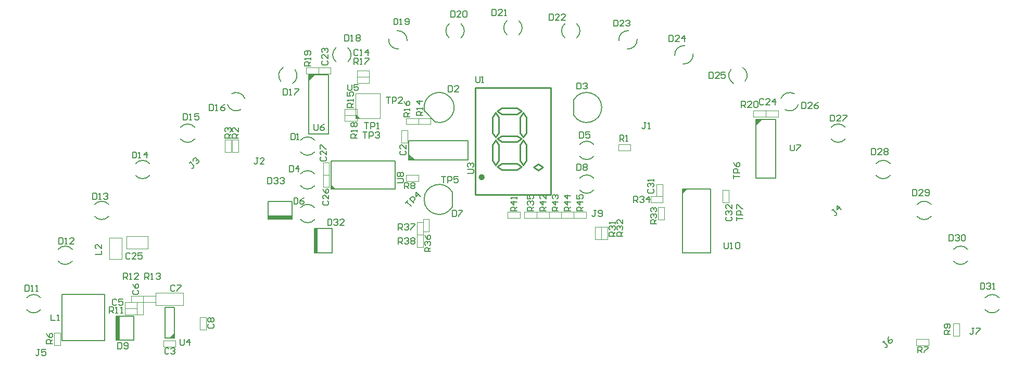
<source format=gto>
G04 Layer_Color=65535*
%FSLAX44Y44*%
%MOMM*%
G71*
G01*
G75*
%ADD30C,0.5000*%
%ADD51C,0.2540*%
%ADD62C,0.1700*%
%ADD63C,0.1000*%
%ADD64C,0.2000*%
G36*
X1079500Y247250D02*
Y254500D01*
X1086750D01*
X1079500Y247250D01*
D02*
G37*
G36*
X515250Y254500D02*
X508000D01*
Y261750D01*
X515250Y254500D01*
D02*
G37*
G36*
X555000Y370000D02*
X547500D01*
Y377500D01*
X555000Y370000D01*
D02*
G37*
D30*
X755349Y273744D02*
G03*
X755349Y273744I-2500J0D01*
G01*
D51*
X742598Y244994D02*
X865098D01*
Y419994D01*
X742598D02*
X865098D01*
X742598Y244994D02*
Y419994D01*
X770349Y371244D02*
X775349Y378744D01*
X780349Y371244D01*
X770348Y346244D02*
X775349Y338744D01*
X780349Y346244D01*
X770349Y346244D02*
Y371244D01*
X780349Y346244D02*
Y371244D01*
X785349Y386244D02*
X810349D01*
X785349Y376244D02*
X810349D01*
X810349Y386244D02*
X817849Y381244D01*
X810349Y376244D02*
X817849Y381244D01*
X777849D02*
X785349Y386244D01*
X777849Y381244D02*
X785349Y376244D01*
X815349Y346244D02*
Y371244D01*
X825349Y346244D02*
Y371244D01*
X815349Y371244D02*
X820349Y378744D01*
X825349Y371244D01*
X815349Y346244D02*
X820349Y338744D01*
X825349Y346244D01*
X785349Y331244D02*
X810349D01*
X785349Y341244D02*
X810349D01*
X777849Y336244D02*
X785348Y331244D01*
X777849Y336244D02*
X785348Y341244D01*
X810349Y331244D02*
X817849Y336244D01*
X810349Y341244D02*
X817849Y336244D01*
X780349Y301244D02*
Y326244D01*
X770349Y301244D02*
Y326244D01*
X775349Y293744D02*
X780349Y301244D01*
X770348D02*
X775349Y293744D01*
Y333744D02*
X780349Y326244D01*
X770349D02*
X775349Y333744D01*
X825349Y301244D02*
Y326244D01*
X815349Y301244D02*
Y326244D01*
X820349Y293744D02*
X825349Y301244D01*
X815349D02*
X820349Y293744D01*
Y333744D02*
X825349Y326244D01*
X815349D02*
X820349Y333744D01*
X785349Y296244D02*
X810349D01*
X785349Y286244D02*
X810349D01*
X810349Y296244D02*
X817849Y291244D01*
X810349Y286244D02*
X817849Y291244D01*
X777849D02*
X785349Y296244D01*
X777849Y291244D02*
X785349Y286244D01*
X837598Y289744D02*
X845098Y294744D01*
X837598Y289744D02*
X845098Y284744D01*
X845098Y284744D02*
X852598Y289744D01*
X845098Y294744D02*
X852598Y289744D01*
D62*
X1394325Y276632D02*
G03*
X1417307Y276632I11491J9642D01*
G01*
X1417407Y295916D02*
G03*
X1394425Y295916I-11491J-9642D01*
G01*
X1460938Y210000D02*
G03*
X1483920Y210000I11491J9642D01*
G01*
X1484019Y229283D02*
G03*
X1461038Y229283I-11491J-9642D01*
G01*
X1543304Y156073D02*
G03*
X1520323Y156073I-11491J-9642D01*
G01*
X1520223Y136789D02*
G03*
X1543204Y136789I11491J9642D01*
G01*
X1594612Y77086D02*
G03*
X1571631Y77086I-11491J-9642D01*
G01*
X1571531Y57802D02*
G03*
X1594512Y57802I11491J9642D01*
G01*
X367791Y401960D02*
G03*
X346195Y409820I-14095J-5130D01*
G01*
X339506Y391734D02*
G03*
X361101Y383873I14095J5130D01*
G01*
X445077Y426575D02*
G03*
X449067Y449207I-7500J12990D01*
G01*
X430094Y452654D02*
G03*
X426104Y430022I7500J-12990D01*
G01*
X631506Y496434D02*
G03*
X615256Y512684I-14943J1307D01*
G01*
X601550Y499119D02*
G03*
X617800Y482869I14943J-1307D01*
G01*
X1181211Y429944D02*
G03*
X1177220Y452576I-11491J9642D01*
G01*
X1158212Y449326D02*
G03*
X1162203Y426694I11491J-9642D01*
G01*
X1261195Y409874D02*
G03*
X1239600Y402014I-7500J-12990D01*
G01*
X1246102Y383859D02*
G03*
X1267697Y391719I7500J12990D01*
G01*
X704916Y249694D02*
G03*
X704916Y225194I-21218J-12250D01*
G01*
X677272Y363743D02*
G03*
X659948Y381068I6341J23665D01*
G01*
X535175Y461854D02*
G03*
X535175Y484836I-9642J11491D01*
G01*
X515891Y484935D02*
G03*
X515891Y461954I9642J-11491D01*
G01*
X719215Y500973D02*
G03*
X719215Y523954I-9642J11491D01*
G01*
X699931Y524054D02*
G03*
X699931Y501073I9642J-11491D01*
G01*
X813290Y505903D02*
G03*
X813290Y528885I-9642J11491D01*
G01*
X794007Y528985D02*
G03*
X794007Y506003I9642J-11491D01*
G01*
X907366Y500973D02*
G03*
X907366Y523954I-9642J11491D01*
G01*
X888082Y524054D02*
G03*
X888082Y501073I9642J-11491D01*
G01*
X989426Y482799D02*
G03*
X1005677Y499049I1307J14943D01*
G01*
X992112Y512755D02*
G03*
X975861Y496505I-1307J-14943D01*
G01*
X902381Y375194D02*
G03*
X902381Y399694I21218J12250D01*
G01*
X912108Y307802D02*
G03*
X935089Y307802I11491J9642D01*
G01*
X935189Y327086D02*
G03*
X912208Y327086I-11491J-9642D01*
G01*
X912108Y252802D02*
G03*
X935089Y252802I11491J9642D01*
G01*
X935189Y272086D02*
G03*
X912208Y272086I-11491J-9642D01*
G01*
X1080421Y458416D02*
G03*
X1096671Y474667I1307J14943D01*
G01*
X1083106Y488373D02*
G03*
X1066856Y472123I-1307J-14943D01*
G01*
X1321115Y335897D02*
G03*
X1344096Y335897I11491J9642D01*
G01*
X1344196Y355181D02*
G03*
X1321215Y355181I-11491J-9642D01*
G01*
X481261Y334123D02*
G03*
X458280Y334123I-11491J-9642D01*
G01*
X458180Y314839D02*
G03*
X481161Y314839I11491J9642D01*
G01*
X481261Y279123D02*
G03*
X458280Y279123I-11491J-9642D01*
G01*
X458180Y259839D02*
G03*
X481161Y259839I11491J9642D01*
G01*
X481261Y224123D02*
G03*
X458280Y224123I-11491J-9642D01*
G01*
X458180Y204839D02*
G03*
X481161Y204839I11491J9642D01*
G01*
X286182Y355181D02*
G03*
X263201Y355181I-11491J-9642D01*
G01*
X263101Y335897D02*
G03*
X286082Y335897I11491J9642D01*
G01*
X212972Y295896D02*
G03*
X189990Y295896I-11491J-9642D01*
G01*
X189890Y276612D02*
G03*
X212872Y276612I11491J9642D01*
G01*
X146359Y229263D02*
G03*
X123378Y229263I-11491J-9642D01*
G01*
X123278Y209980D02*
G03*
X146259Y209980I11491J9642D01*
G01*
X87074Y156073D02*
G03*
X64092Y156073I-11491J-9642D01*
G01*
X63993Y136789D02*
G03*
X86974Y136789I11491J9642D01*
G01*
X35766Y77066D02*
G03*
X12785Y77066I-11491J-9642D01*
G01*
X12685Y57782D02*
G03*
X35666Y57782I11491J9642D01*
G01*
X704899Y225194D02*
Y249694D01*
X659960Y381080D02*
X677284Y363756D01*
X902399Y375194D02*
Y399694D01*
X560000Y347497D02*
X566665D01*
X563332D01*
Y337500D01*
X569997D02*
Y347497D01*
X574995D01*
X576661Y345831D01*
Y342498D01*
X574995Y340832D01*
X569997D01*
X579994Y345831D02*
X581660Y347497D01*
X584992D01*
X586658Y345831D01*
Y344165D01*
X584992Y342498D01*
X583326D01*
X584992D01*
X586658Y340832D01*
Y339166D01*
X584992Y337500D01*
X581660D01*
X579994Y339166D01*
X597500Y404074D02*
X604165D01*
X600832D01*
Y394078D01*
X607497D02*
Y404074D01*
X612495D01*
X614161Y402408D01*
Y399076D01*
X612495Y397410D01*
X607497D01*
X624158Y394078D02*
X617494D01*
X624158Y400742D01*
Y402408D01*
X622492Y404074D01*
X619160D01*
X617494Y402408D01*
X562500Y362497D02*
X569165D01*
X565832D01*
Y352500D01*
X572497D02*
Y362497D01*
X577495D01*
X579161Y360831D01*
Y357498D01*
X577495Y355832D01*
X572497D01*
X582494Y352500D02*
X585826D01*
X584160D01*
Y362497D01*
X582494Y360831D01*
X1151669Y209165D02*
X1150003Y207498D01*
Y204166D01*
X1151669Y202500D01*
X1158334D01*
X1160000Y204166D01*
Y207498D01*
X1158334Y209165D01*
X1151669Y212497D02*
X1150003Y214163D01*
Y217495D01*
X1151669Y219161D01*
X1153335D01*
X1155002Y217495D01*
Y215829D01*
Y217495D01*
X1156668Y219161D01*
X1158334D01*
X1160000Y217495D01*
Y214163D01*
X1158334Y212497D01*
X1160000Y229158D02*
Y222494D01*
X1153335Y229158D01*
X1151669D01*
X1150003Y227492D01*
Y224160D01*
X1151669Y222494D01*
X1024169Y254165D02*
X1022503Y252498D01*
Y249166D01*
X1024169Y247500D01*
X1030834D01*
X1032500Y249166D01*
Y252498D01*
X1030834Y254165D01*
X1024169Y257497D02*
X1022503Y259163D01*
Y262495D01*
X1024169Y264161D01*
X1025835D01*
X1027502Y262495D01*
Y260829D01*
Y262495D01*
X1029168Y264161D01*
X1030834D01*
X1032500Y262495D01*
Y259163D01*
X1030834Y257497D01*
X1032500Y267493D02*
Y270826D01*
Y269160D01*
X1022503D01*
X1024169Y267493D01*
X1147500Y167497D02*
Y159166D01*
X1149166Y157500D01*
X1152498D01*
X1154165Y159166D01*
Y167497D01*
X1157497Y157500D02*
X1160829D01*
X1159163D01*
Y167497D01*
X1157497Y165831D01*
X1165827D02*
X1167494Y167497D01*
X1170826D01*
X1172492Y165831D01*
Y159166D01*
X1170826Y157500D01*
X1167494D01*
X1165827Y159166D01*
Y165831D01*
X615477Y264564D02*
X623807D01*
X625474Y266230D01*
Y269562D01*
X623807Y271228D01*
X615477D01*
X617143Y274560D02*
X615477Y276227D01*
Y279559D01*
X617143Y281225D01*
X618809D01*
X620475Y279559D01*
X622141Y281225D01*
X623807D01*
X625474Y279559D01*
Y276227D01*
X623807Y274560D01*
X622141D01*
X620475Y276227D01*
X618809Y274560D01*
X617143D01*
X620475Y276227D02*
Y279559D01*
X491669Y306665D02*
X490003Y304998D01*
Y301666D01*
X491669Y300000D01*
X498334D01*
X500000Y301666D01*
Y304998D01*
X498334Y306665D01*
X500000Y316661D02*
Y309997D01*
X493335Y316661D01*
X491669D01*
X490003Y314995D01*
Y311663D01*
X491669Y309997D01*
X490003Y319994D02*
Y326658D01*
X491669D01*
X498334Y319994D01*
X500000D01*
X495748Y234682D02*
X494082Y233016D01*
Y229683D01*
X495748Y228017D01*
X502412D01*
X504078Y229683D01*
Y233016D01*
X502412Y234682D01*
X504078Y244679D02*
Y238014D01*
X497414Y244679D01*
X495748D01*
X494082Y243013D01*
Y239680D01*
X495748Y238014D01*
X494082Y254675D02*
X495748Y251343D01*
X499080Y248011D01*
X502412D01*
X504078Y249677D01*
Y253009D01*
X502412Y254675D01*
X500746D01*
X499080Y253009D01*
Y248011D01*
X124771Y147500D02*
X134768D01*
Y154164D01*
Y164161D02*
Y157497D01*
X128104Y164161D01*
X126438D01*
X124771Y162495D01*
Y159163D01*
X126438Y157497D01*
X180788Y148900D02*
X179122Y150567D01*
X175790D01*
X174124Y148900D01*
Y142236D01*
X175790Y140570D01*
X179122D01*
X180788Y142236D01*
X190785Y140570D02*
X184120D01*
X190785Y147234D01*
Y148900D01*
X189119Y150567D01*
X185786D01*
X184120Y148900D01*
X200782Y150567D02*
X194117D01*
Y145568D01*
X197449Y147234D01*
X199116D01*
X200782Y145568D01*
Y142236D01*
X199116Y140570D01*
X195783D01*
X194117Y142236D01*
X939165Y219997D02*
X935832D01*
X937498D01*
Y211666D01*
X935832Y210000D01*
X934166D01*
X932500Y211666D01*
X942497D02*
X944163Y210000D01*
X947495D01*
X949161Y211666D01*
Y218331D01*
X947495Y219997D01*
X944163D01*
X942497Y218331D01*
Y216665D01*
X944163Y214998D01*
X949161D01*
X621669Y316665D02*
X620003Y314998D01*
Y311666D01*
X621669Y310000D01*
X628334D01*
X630000Y311666D01*
Y314998D01*
X628334Y316665D01*
X630000Y326661D02*
Y319997D01*
X623335Y326661D01*
X621669D01*
X620003Y324995D01*
Y321663D01*
X621669Y319997D01*
X244165Y-6669D02*
X242498Y-5003D01*
X239166D01*
X237500Y-6669D01*
Y-13334D01*
X239166Y-15000D01*
X242498D01*
X244165Y-13334D01*
X247497Y-6669D02*
X249163Y-5003D01*
X252495D01*
X254161Y-6669D01*
Y-8335D01*
X252495Y-10002D01*
X250829D01*
X252495D01*
X254161Y-11668D01*
Y-13334D01*
X252495Y-15000D01*
X249163D01*
X247497Y-13334D01*
X159164Y73331D02*
X157498Y74997D01*
X154166D01*
X152500Y73331D01*
Y66666D01*
X154166Y65000D01*
X157498D01*
X159164Y66666D01*
X169161Y74997D02*
X162497D01*
Y69998D01*
X165829Y71665D01*
X167495D01*
X169161Y69998D01*
Y66666D01*
X167495Y65000D01*
X164163D01*
X162497Y66666D01*
X186669Y89164D02*
X185003Y87498D01*
Y84166D01*
X186669Y82500D01*
X193334D01*
X195000Y84166D01*
Y87498D01*
X193334Y89164D01*
X185003Y99161D02*
X186669Y95829D01*
X190002Y92497D01*
X193334D01*
X195000Y94163D01*
Y97495D01*
X193334Y99161D01*
X191668D01*
X190002Y97495D01*
Y92497D01*
X254165Y95831D02*
X252498Y97497D01*
X249166D01*
X247500Y95831D01*
Y89166D01*
X249166Y87500D01*
X252498D01*
X254165Y89166D01*
X257497Y97497D02*
X264161D01*
Y95831D01*
X257497Y89166D01*
Y87500D01*
X309169Y34165D02*
X307503Y32498D01*
Y29166D01*
X309169Y27500D01*
X315834D01*
X317500Y29166D01*
Y32498D01*
X315834Y34165D01*
X309169Y37497D02*
X307503Y39163D01*
Y42495D01*
X309169Y44161D01*
X310835D01*
X312502Y42495D01*
X314168Y44161D01*
X315834D01*
X317500Y42495D01*
Y39163D01*
X315834Y37497D01*
X314168D01*
X312502Y39163D01*
X310835Y37497D01*
X309169D01*
X312502Y39163D02*
Y42495D01*
X551665Y480831D02*
X549998Y482497D01*
X546666D01*
X545000Y480831D01*
Y474166D01*
X546666Y472500D01*
X549998D01*
X551665Y474166D01*
X554997Y472500D02*
X558329D01*
X556663D01*
Y482497D01*
X554997Y480831D01*
X568326Y472500D02*
Y482497D01*
X563327Y477498D01*
X569992D01*
X494169Y463529D02*
X492503Y461862D01*
Y458530D01*
X494169Y456864D01*
X500834D01*
X502500Y458530D01*
Y461862D01*
X500834Y463529D01*
X502500Y473525D02*
Y466861D01*
X495835Y473525D01*
X494169D01*
X492503Y471859D01*
Y468527D01*
X494169Y466861D01*
Y476857D02*
X492503Y478524D01*
Y481856D01*
X494169Y483522D01*
X495835D01*
X497502Y481856D01*
Y480190D01*
Y481856D01*
X499168Y483522D01*
X500834D01*
X502500Y481856D01*
Y478524D01*
X500834Y476857D01*
X1211665Y400050D02*
X1209998Y401716D01*
X1206666D01*
X1205000Y400050D01*
Y393386D01*
X1206666Y391719D01*
X1209998D01*
X1211665Y393386D01*
X1221661Y391719D02*
X1214997D01*
X1221661Y398384D01*
Y400050D01*
X1219995Y401716D01*
X1216663D01*
X1214997Y400050D01*
X1229992Y391719D02*
Y401716D01*
X1224994Y396718D01*
X1231658D01*
X698583Y423240D02*
Y413243D01*
X703581D01*
X705247Y414909D01*
Y421574D01*
X703581Y423240D01*
X698583D01*
X715244Y413243D02*
X708579D01*
X715244Y419908D01*
Y421574D01*
X713578Y423240D01*
X710246D01*
X708579Y421574D01*
X912108Y347497D02*
Y337500D01*
X917106D01*
X918772Y339166D01*
Y345831D01*
X917106Y347497D01*
X912108D01*
X928769D02*
X922105D01*
Y342498D01*
X925437Y344165D01*
X927103D01*
X928769Y342498D01*
Y339166D01*
X927103Y337500D01*
X923771D01*
X922105Y339166D01*
X705000Y219997D02*
Y210000D01*
X709998D01*
X711665Y211666D01*
Y218331D01*
X709998Y219997D01*
X705000D01*
X714997D02*
X721661D01*
Y218331D01*
X714997Y211666D01*
Y210000D01*
X907500Y294997D02*
Y285000D01*
X912498D01*
X914165Y286666D01*
Y293331D01*
X912498Y294997D01*
X907500D01*
X917497Y293331D02*
X919163Y294997D01*
X922495D01*
X924161Y293331D01*
Y291665D01*
X922495Y289998D01*
X924161Y288332D01*
Y286666D01*
X922495Y285000D01*
X919163D01*
X917497Y286666D01*
Y288332D01*
X919163Y289998D01*
X917497Y291665D01*
Y293331D01*
X919163Y289998D02*
X922495D01*
X160803Y3664D02*
Y-6333D01*
X165802D01*
X167468Y-4667D01*
Y1998D01*
X165802Y3664D01*
X160803D01*
X170800Y-4667D02*
X172466Y-6333D01*
X175798D01*
X177464Y-4667D01*
Y1998D01*
X175798Y3664D01*
X172466D01*
X170800Y1998D01*
Y332D01*
X172466Y-1334D01*
X177464D01*
X10000Y97497D02*
Y87500D01*
X14998D01*
X16665Y89166D01*
Y95831D01*
X14998Y97497D01*
X10000D01*
X19997Y87500D02*
X23329D01*
X21663D01*
Y97497D01*
X19997Y95831D01*
X28327Y87500D02*
X31660D01*
X29994D01*
Y97497D01*
X28327Y95831D01*
X65000Y174997D02*
Y165000D01*
X69998D01*
X71665Y166666D01*
Y173331D01*
X69998Y174997D01*
X65000D01*
X74997Y165000D02*
X78329D01*
X76663D01*
Y174997D01*
X74997Y173331D01*
X89992Y165000D02*
X83327D01*
X89992Y171665D01*
Y173331D01*
X88326Y174997D01*
X84994D01*
X83327Y173331D01*
X120000Y247497D02*
Y237500D01*
X124998D01*
X126664Y239166D01*
Y245831D01*
X124998Y247497D01*
X120000D01*
X129997Y237500D02*
X133329D01*
X131663D01*
Y247497D01*
X129997Y245831D01*
X138327D02*
X139993Y247497D01*
X143326D01*
X144992Y245831D01*
Y244165D01*
X143326Y242498D01*
X141660D01*
X143326D01*
X144992Y240832D01*
Y239166D01*
X143326Y237500D01*
X139993D01*
X138327Y239166D01*
X185000Y314997D02*
Y305000D01*
X189998D01*
X191665Y306666D01*
Y313331D01*
X189998Y314997D01*
X185000D01*
X194997Y305000D02*
X198329D01*
X196663D01*
Y314997D01*
X194997Y313331D01*
X208326Y305000D02*
Y314997D01*
X203327Y309998D01*
X209992D01*
X267500Y377497D02*
Y367500D01*
X272498D01*
X274165Y369166D01*
Y375831D01*
X272498Y377497D01*
X267500D01*
X277497Y367500D02*
X280829D01*
X279163D01*
Y377497D01*
X277497Y375831D01*
X292492Y377497D02*
X285827D01*
Y372498D01*
X289160Y374165D01*
X290826D01*
X292492Y372498D01*
Y369166D01*
X290826Y367500D01*
X287494D01*
X285827Y369166D01*
X310000Y392497D02*
Y382500D01*
X314998D01*
X316665Y384166D01*
Y390831D01*
X314998Y392497D01*
X310000D01*
X319997Y382500D02*
X323329D01*
X321663D01*
Y392497D01*
X319997Y390831D01*
X334992Y392497D02*
X331660Y390831D01*
X328327Y387498D01*
Y384166D01*
X329994Y382500D01*
X333326D01*
X334992Y384166D01*
Y385832D01*
X333326Y387498D01*
X328327D01*
X430094Y417497D02*
Y407500D01*
X435093D01*
X436759Y409166D01*
Y415831D01*
X435093Y417497D01*
X430094D01*
X440091Y407500D02*
X443423D01*
X441757D01*
Y417497D01*
X440091Y415831D01*
X448422Y417497D02*
X455086D01*
Y415831D01*
X448422Y409166D01*
Y407500D01*
X530000Y505842D02*
Y495845D01*
X534998D01*
X536665Y497511D01*
Y504175D01*
X534998Y505842D01*
X530000D01*
X539997Y495845D02*
X543329D01*
X541663D01*
Y505842D01*
X539997Y504175D01*
X548327D02*
X549994Y505842D01*
X553326D01*
X554992Y504175D01*
Y502509D01*
X553326Y500843D01*
X554992Y499177D01*
Y497511D01*
X553326Y495845D01*
X549994D01*
X548327Y497511D01*
Y499177D01*
X549994Y500843D01*
X548327Y502509D01*
Y504175D01*
X549994Y500843D02*
X553326D01*
X610000Y532497D02*
Y522500D01*
X614998D01*
X616665Y524166D01*
Y530831D01*
X614998Y532497D01*
X610000D01*
X619997Y522500D02*
X623329D01*
X621663D01*
Y532497D01*
X619997Y530831D01*
X628327Y524166D02*
X629994Y522500D01*
X633326D01*
X634992Y524166D01*
Y530831D01*
X633326Y532497D01*
X629994D01*
X628327Y530831D01*
Y529165D01*
X629994Y527498D01*
X634992D01*
X702500Y544997D02*
Y535000D01*
X707498D01*
X709165Y536666D01*
Y543331D01*
X707498Y544997D01*
X702500D01*
X719161Y535000D02*
X712497D01*
X719161Y541665D01*
Y543331D01*
X717495Y544997D01*
X714163D01*
X712497Y543331D01*
X722494D02*
X724160Y544997D01*
X727492D01*
X729158Y543331D01*
Y536666D01*
X727492Y535000D01*
X724160D01*
X722494Y536666D01*
Y543331D01*
X770000Y547497D02*
Y537500D01*
X774998D01*
X776665Y539166D01*
Y545831D01*
X774998Y547497D01*
X770000D01*
X786661Y537500D02*
X779997D01*
X786661Y544165D01*
Y545831D01*
X784995Y547497D01*
X781663D01*
X779997Y545831D01*
X789994Y537500D02*
X793326D01*
X791660D01*
Y547497D01*
X789994Y545831D01*
X862500Y539997D02*
Y530000D01*
X867498D01*
X869165Y531666D01*
Y538331D01*
X867498Y539997D01*
X862500D01*
X879161Y530000D02*
X872497D01*
X879161Y536665D01*
Y538331D01*
X877495Y539997D01*
X874163D01*
X872497Y538331D01*
X889158Y530000D02*
X882494D01*
X889158Y536665D01*
Y538331D01*
X887492Y539997D01*
X884160D01*
X882494Y538331D01*
X967500Y529997D02*
Y520000D01*
X972498D01*
X974165Y521666D01*
Y528331D01*
X972498Y529997D01*
X967500D01*
X984161Y520000D02*
X977497D01*
X984161Y526665D01*
Y528331D01*
X982495Y529997D01*
X979163D01*
X977497Y528331D01*
X987494D02*
X989160Y529997D01*
X992492D01*
X994158Y528331D01*
Y526665D01*
X992492Y524998D01*
X990826D01*
X992492D01*
X994158Y523332D01*
Y521666D01*
X992492Y520000D01*
X989160D01*
X987494Y521666D01*
X1057500Y504997D02*
Y495000D01*
X1062498D01*
X1064165Y496666D01*
Y503331D01*
X1062498Y504997D01*
X1057500D01*
X1074161Y495000D02*
X1067497D01*
X1074161Y501665D01*
Y503331D01*
X1072495Y504997D01*
X1069163D01*
X1067497Y503331D01*
X1082492Y495000D02*
Y504997D01*
X1077494Y499998D01*
X1084158D01*
X1122500Y444997D02*
Y435000D01*
X1127498D01*
X1129165Y436666D01*
Y443331D01*
X1127498Y444997D01*
X1122500D01*
X1139161Y435000D02*
X1132497D01*
X1139161Y441665D01*
Y443331D01*
X1137495Y444997D01*
X1134163D01*
X1132497Y443331D01*
X1149158Y444997D02*
X1142494D01*
Y439998D01*
X1145826Y441665D01*
X1147492D01*
X1149158Y439998D01*
Y436666D01*
X1147492Y435000D01*
X1144160D01*
X1142494Y436666D01*
X1273626Y395846D02*
Y385849D01*
X1278624D01*
X1280290Y387515D01*
Y394180D01*
X1278624Y395846D01*
X1273626D01*
X1290287Y385849D02*
X1283622D01*
X1290287Y392514D01*
Y394180D01*
X1288621Y395846D01*
X1285289D01*
X1283622Y394180D01*
X1300284Y395846D02*
X1296951Y394180D01*
X1293619Y390848D01*
Y387515D01*
X1295285Y385849D01*
X1298618D01*
X1300284Y387515D01*
Y389182D01*
X1298618Y390848D01*
X1293619D01*
X1320000Y374997D02*
Y365000D01*
X1324998D01*
X1326664Y366666D01*
Y373331D01*
X1324998Y374997D01*
X1320000D01*
X1336661Y365000D02*
X1329997D01*
X1336661Y371665D01*
Y373331D01*
X1334995Y374997D01*
X1331663D01*
X1329997Y373331D01*
X1339994Y374997D02*
X1346658D01*
Y373331D01*
X1339994Y366666D01*
Y365000D01*
X1387176Y320133D02*
Y310136D01*
X1392174D01*
X1393840Y311802D01*
Y318467D01*
X1392174Y320133D01*
X1387176D01*
X1403837Y310136D02*
X1397173D01*
X1403837Y316800D01*
Y318467D01*
X1402171Y320133D01*
X1398839D01*
X1397173Y318467D01*
X1407170D02*
X1408836Y320133D01*
X1412168D01*
X1413834Y318467D01*
Y316800D01*
X1412168Y315134D01*
X1413834Y313468D01*
Y311802D01*
X1412168Y310136D01*
X1408836D01*
X1407170Y311802D01*
Y313468D01*
X1408836Y315134D01*
X1407170Y316800D01*
Y318467D01*
X1408836Y315134D02*
X1412168D01*
X1453724Y253331D02*
Y243334D01*
X1458722D01*
X1460388Y245000D01*
Y251665D01*
X1458722Y253331D01*
X1453724D01*
X1470385Y243334D02*
X1463721D01*
X1470385Y249998D01*
Y251665D01*
X1468719Y253331D01*
X1465387D01*
X1463721Y251665D01*
X1473718Y245000D02*
X1475384Y243334D01*
X1478716D01*
X1480382Y245000D01*
Y251665D01*
X1478716Y253331D01*
X1475384D01*
X1473718Y251665D01*
Y249998D01*
X1475384Y248332D01*
X1480382D01*
X1512906Y180179D02*
Y170182D01*
X1517904D01*
X1519570Y171848D01*
Y178513D01*
X1517904Y180179D01*
X1512906D01*
X1522903Y178513D02*
X1524569Y180179D01*
X1527901D01*
X1529567Y178513D01*
Y176847D01*
X1527901Y175180D01*
X1526235D01*
X1527901D01*
X1529567Y173514D01*
Y171848D01*
X1527901Y170182D01*
X1524569D01*
X1522903Y171848D01*
X1532900Y178513D02*
X1534566Y180179D01*
X1537898D01*
X1539564Y178513D01*
Y171848D01*
X1537898Y170182D01*
X1534566D01*
X1532900Y171848D01*
Y178513D01*
X1564214Y101185D02*
Y91188D01*
X1569212D01*
X1570878Y92854D01*
Y99519D01*
X1569212Y101185D01*
X1564214D01*
X1574211Y99519D02*
X1575877Y101185D01*
X1579209D01*
X1580875Y99519D01*
Y97852D01*
X1579209Y96186D01*
X1577543D01*
X1579209D01*
X1580875Y94520D01*
Y92854D01*
X1579209Y91188D01*
X1575877D01*
X1574211Y92854D01*
X1584208Y91188D02*
X1587540D01*
X1585874D01*
Y101185D01*
X1584208Y99519D01*
X1020313Y362497D02*
X1016981D01*
X1018647D01*
Y354166D01*
X1016981Y352500D01*
X1015315D01*
X1013649Y354166D01*
X1023645Y352500D02*
X1026977D01*
X1025311D01*
Y362497D01*
X1023645Y360831D01*
X389165Y304997D02*
X385832D01*
X387498D01*
Y296666D01*
X385832Y295000D01*
X384166D01*
X382500Y296666D01*
X399161Y295000D02*
X392497D01*
X399161Y301665D01*
Y303331D01*
X397495Y304997D01*
X394163D01*
X392497Y303331D01*
X280144Y299281D02*
X277787Y296925D01*
X278966Y298103D01*
X284856Y292213D01*
Y289856D01*
X283678Y288678D01*
X281322D01*
X283678Y300459D02*
Y302816D01*
X286034Y305172D01*
X288391Y305172D01*
X289569Y303994D01*
Y301638D01*
X288391Y300459D01*
X289569Y301638D01*
X291925Y301638D01*
X293103Y300459D01*
Y298103D01*
X290747Y295747D01*
X288391D01*
X1325144Y221781D02*
X1322787Y219425D01*
X1323966Y220603D01*
X1329856Y214713D01*
Y212356D01*
X1328678Y211178D01*
X1326322D01*
X1338103Y220603D02*
X1331034Y227672D01*
Y220603D01*
X1335747Y225316D01*
X34165Y-7503D02*
X30832D01*
X32498D01*
Y-15834D01*
X30832Y-17500D01*
X29166D01*
X27500Y-15834D01*
X44161Y-7503D02*
X37497D01*
Y-12502D01*
X40829Y-10835D01*
X42495D01*
X44161Y-12502D01*
Y-15834D01*
X42495Y-17500D01*
X39163D01*
X37497Y-15834D01*
X1407644Y6781D02*
X1405287Y4425D01*
X1406466Y5603D01*
X1412356Y-288D01*
Y-2644D01*
X1411178Y-3822D01*
X1408822D01*
X1414713Y13850D02*
X1413534Y10316D01*
Y5603D01*
X1415891Y3247D01*
X1418247D01*
X1420603Y5603D01*
Y7959D01*
X1419425Y9138D01*
X1417069Y9138D01*
X1413534Y5603D01*
X1553428Y27497D02*
X1550096D01*
X1551762D01*
Y19166D01*
X1550096Y17500D01*
X1548430D01*
X1546764Y19166D01*
X1556761Y27497D02*
X1563425D01*
Y25831D01*
X1556761Y19166D01*
Y17500D01*
X52500Y49997D02*
Y40000D01*
X59165D01*
X62497D02*
X65829D01*
X64163D01*
Y49997D01*
X62497Y48331D01*
X977500Y332500D02*
Y342497D01*
X982498D01*
X984165Y340831D01*
Y337498D01*
X982498Y335832D01*
X977500D01*
X980832D02*
X984165Y332500D01*
X987497D02*
X990829D01*
X989163D01*
Y342497D01*
X987497Y340831D01*
X357501Y337500D02*
X347504D01*
Y342499D01*
X349170Y344165D01*
X352502D01*
X354168Y342499D01*
Y337500D01*
Y340833D02*
X357501Y344165D01*
Y354162D02*
Y347497D01*
X350836Y354162D01*
X349170D01*
X347504Y352495D01*
Y349163D01*
X349170Y347497D01*
X345000Y337500D02*
X335003D01*
Y342498D01*
X336669Y344165D01*
X340002D01*
X341668Y342498D01*
Y337500D01*
Y340832D02*
X345000Y344165D01*
X336669Y347497D02*
X335003Y349163D01*
Y352495D01*
X336669Y354161D01*
X338335D01*
X340002Y352495D01*
Y350829D01*
Y352495D01*
X341668Y354161D01*
X343334D01*
X345000Y352495D01*
Y349163D01*
X343334Y347497D01*
X55000Y2500D02*
X45003D01*
Y7498D01*
X46669Y9165D01*
X50002D01*
X51668Y7498D01*
Y2500D01*
Y5832D02*
X55000Y9165D01*
X45003Y19161D02*
X46669Y15829D01*
X50002Y12497D01*
X53334D01*
X55000Y14163D01*
Y17495D01*
X53334Y19161D01*
X51668D01*
X50002Y17495D01*
Y12497D01*
X1462500Y-12500D02*
Y-2503D01*
X1467498D01*
X1469164Y-4169D01*
Y-7502D01*
X1467498Y-9168D01*
X1462500D01*
X1465832D02*
X1469164Y-12500D01*
X1472497Y-2503D02*
X1479161D01*
Y-4169D01*
X1472497Y-10834D01*
Y-12500D01*
X627500Y255000D02*
Y264997D01*
X632498D01*
X634165Y263331D01*
Y259998D01*
X632498Y258332D01*
X627500D01*
X630832D02*
X634165Y255000D01*
X637497Y263331D02*
X639163Y264997D01*
X642495D01*
X644161Y263331D01*
Y261665D01*
X642495Y259998D01*
X644161Y258332D01*
Y256666D01*
X642495Y255000D01*
X639163D01*
X637497Y256666D01*
Y258332D01*
X639163Y259998D01*
X637497Y261665D01*
Y263331D01*
X639163Y259998D02*
X642495D01*
X1515000Y17500D02*
X1505003D01*
Y22498D01*
X1506669Y24165D01*
X1510002D01*
X1511668Y22498D01*
Y17500D01*
Y20832D02*
X1515000Y24165D01*
X1513334Y27497D02*
X1515000Y29163D01*
Y32495D01*
X1513334Y34161D01*
X1506669D01*
X1505003Y32495D01*
Y29163D01*
X1506669Y27497D01*
X1508336D01*
X1510002Y29163D01*
Y34161D01*
X147500Y52500D02*
Y62497D01*
X152498D01*
X154164Y60831D01*
Y57498D01*
X152498Y55832D01*
X147500D01*
X150832D02*
X154164Y52500D01*
X157497D02*
X160829D01*
X159163D01*
Y62497D01*
X157497Y60831D01*
X165827Y52500D02*
X169160D01*
X167494D01*
Y62497D01*
X165827Y60831D01*
X170000Y107500D02*
Y117497D01*
X174998D01*
X176665Y115831D01*
Y112498D01*
X174998Y110832D01*
X170000D01*
X173332D02*
X176665Y107500D01*
X179997D02*
X183329D01*
X181663D01*
Y117497D01*
X179997Y115831D01*
X194992Y107500D02*
X188327D01*
X194992Y114164D01*
Y115831D01*
X193326Y117497D01*
X189993D01*
X188327Y115831D01*
X205000Y107500D02*
Y117497D01*
X209998D01*
X211665Y115831D01*
Y112498D01*
X209998Y110832D01*
X205000D01*
X208332D02*
X211665Y107500D01*
X214997D02*
X218329D01*
X216663D01*
Y117497D01*
X214997Y115831D01*
X223327D02*
X224994Y117497D01*
X228326D01*
X229992Y115831D01*
Y114164D01*
X228326Y112498D01*
X226660D01*
X228326D01*
X229992Y110832D01*
Y109166D01*
X228326Y107500D01*
X224994D01*
X223327Y109166D01*
X656564Y374303D02*
X646567D01*
Y379301D01*
X648233Y380968D01*
X651565D01*
X653231Y379301D01*
Y374303D01*
Y377635D02*
X656564Y380968D01*
Y384300D02*
Y387632D01*
Y385966D01*
X646567D01*
X648233Y384300D01*
X656564Y397629D02*
X646567D01*
X651565Y392631D01*
Y399295D01*
X544500Y387500D02*
X534503D01*
Y392498D01*
X536169Y394165D01*
X539502D01*
X541168Y392498D01*
Y387500D01*
Y390832D02*
X544500Y394165D01*
Y397497D02*
Y400829D01*
Y399163D01*
X534503D01*
X536169Y397497D01*
X534503Y412492D02*
Y405827D01*
X539502D01*
X537836Y409160D01*
Y410826D01*
X539502Y412492D01*
X542834D01*
X544500Y410826D01*
Y407494D01*
X542834Y405827D01*
X636148Y372500D02*
X626152D01*
Y377498D01*
X627818Y379165D01*
X631150D01*
X632816Y377498D01*
Y372500D01*
Y375832D02*
X636148Y379165D01*
Y382497D02*
Y385829D01*
Y384163D01*
X626152D01*
X627818Y382497D01*
X626152Y397492D02*
X627818Y394160D01*
X631150Y390827D01*
X634482D01*
X636148Y392494D01*
Y395826D01*
X634482Y397492D01*
X632816D01*
X631150Y395826D01*
Y390827D01*
X545000Y457500D02*
Y467497D01*
X549998D01*
X551665Y465831D01*
Y462498D01*
X549998Y460832D01*
X545000D01*
X548332D02*
X551665Y457500D01*
X554997D02*
X558329D01*
X556663D01*
Y467497D01*
X554997Y465831D01*
X563327Y467497D02*
X569992D01*
Y465831D01*
X563327Y459166D01*
Y457500D01*
X550000Y337500D02*
X540003D01*
Y342498D01*
X541669Y344165D01*
X545002D01*
X546668Y342498D01*
Y337500D01*
Y340832D02*
X550000Y344165D01*
Y347497D02*
Y350829D01*
Y349163D01*
X540003D01*
X541669Y347497D01*
Y355827D02*
X540003Y357494D01*
Y360826D01*
X541669Y362492D01*
X543335D01*
X545002Y360826D01*
X546668Y362492D01*
X548334D01*
X550000Y360826D01*
Y357494D01*
X548334Y355827D01*
X546668D01*
X545002Y357494D01*
X543335Y355827D01*
X541669D01*
X545002Y357494D02*
Y360826D01*
X475000Y455000D02*
X465003D01*
Y459998D01*
X466669Y461665D01*
X470002D01*
X471668Y459998D01*
Y455000D01*
Y458332D02*
X475000Y461665D01*
Y464997D02*
Y468329D01*
Y466663D01*
X465003D01*
X466669Y464997D01*
X473334Y473327D02*
X475000Y474994D01*
Y478326D01*
X473334Y479992D01*
X466669D01*
X465003Y478326D01*
Y474994D01*
X466669Y473327D01*
X468335D01*
X470002Y474994D01*
Y479992D01*
X1175230Y387500D02*
Y397497D01*
X1180229D01*
X1181895Y395831D01*
Y392498D01*
X1180229Y390832D01*
X1175230D01*
X1178563D02*
X1181895Y387500D01*
X1191892D02*
X1185227D01*
X1191892Y394165D01*
Y395831D01*
X1190226Y397497D01*
X1186893D01*
X1185227Y395831D01*
X1195224D02*
X1196890Y397497D01*
X1200222D01*
X1201889Y395831D01*
Y389166D01*
X1200222Y387500D01*
X1196890D01*
X1195224Y389166D01*
Y395831D01*
X743032Y437989D02*
Y429658D01*
X744698Y427992D01*
X748030D01*
X749697Y429658D01*
Y437989D01*
X753029Y427992D02*
X756361D01*
X754695D01*
Y437989D01*
X753029Y436323D01*
X730003Y280000D02*
X738334D01*
X740000Y281666D01*
Y284998D01*
X738334Y286665D01*
X730003D01*
X731669Y289997D02*
X730003Y291663D01*
Y294995D01*
X731669Y296661D01*
X733335D01*
X735002Y294995D01*
Y293329D01*
Y294995D01*
X736668Y296661D01*
X738334D01*
X740000Y294995D01*
Y291663D01*
X738334Y289997D01*
X262500Y9997D02*
Y1666D01*
X264166Y0D01*
X267498D01*
X269165Y1666D01*
Y9997D01*
X277495Y0D02*
Y9997D01*
X272497Y4998D01*
X279161D01*
X535175Y424997D02*
Y416666D01*
X536841Y415000D01*
X540173D01*
X541839Y416666D01*
Y424997D01*
X551836D02*
X545172D01*
Y419998D01*
X548504Y421665D01*
X550170D01*
X551836Y419998D01*
Y416666D01*
X550170Y415000D01*
X546838D01*
X545172Y416666D01*
X480000Y359997D02*
Y351666D01*
X481666Y350000D01*
X484998D01*
X486665Y351666D01*
Y359997D01*
X496661D02*
X493329Y358331D01*
X489997Y354998D01*
Y351666D01*
X491663Y350000D01*
X494995D01*
X496661Y351666D01*
Y353332D01*
X494995Y354998D01*
X489997D01*
X1255000Y326747D02*
Y318416D01*
X1256666Y316750D01*
X1259998D01*
X1261665Y318416D01*
Y326747D01*
X1264997D02*
X1271661D01*
Y325081D01*
X1264997Y318416D01*
Y316750D01*
X442500Y344997D02*
Y335000D01*
X447498D01*
X449165Y336666D01*
Y343331D01*
X447498Y344997D01*
X442500D01*
X452497Y335000D02*
X455829D01*
X454163D01*
Y344997D01*
X452497Y343331D01*
X907500Y427497D02*
Y417500D01*
X912498D01*
X914165Y419166D01*
Y425831D01*
X912498Y427497D01*
X907500D01*
X917497Y425831D02*
X919163Y427497D01*
X922495D01*
X924161Y425831D01*
Y424165D01*
X922495Y422498D01*
X920829D01*
X922495D01*
X924161Y420832D01*
Y419166D01*
X922495Y417500D01*
X919163D01*
X917497Y419166D01*
X440000Y292497D02*
Y282500D01*
X444998D01*
X446665Y284166D01*
Y290831D01*
X444998Y292497D01*
X440000D01*
X454995Y282500D02*
Y292497D01*
X449997Y287498D01*
X456661D01*
X447500Y239997D02*
Y230000D01*
X452498D01*
X454165Y231666D01*
Y238331D01*
X452498Y239997D01*
X447500D01*
X464161D02*
X460829Y238331D01*
X457497Y234998D01*
Y231666D01*
X459163Y230000D01*
X462495D01*
X464161Y231666D01*
Y233332D01*
X462495Y234998D01*
X457497D01*
X502500Y204997D02*
Y195000D01*
X507498D01*
X509165Y196666D01*
Y203331D01*
X507498Y204997D01*
X502500D01*
X512497Y203331D02*
X514163Y204997D01*
X517495D01*
X519161Y203331D01*
Y201665D01*
X517495Y199998D01*
X515829D01*
X517495D01*
X519161Y198332D01*
Y196666D01*
X517495Y195000D01*
X514163D01*
X512497Y196666D01*
X529158Y195000D02*
X522494D01*
X529158Y201665D01*
Y203331D01*
X527492Y204997D01*
X524160D01*
X522494Y203331D01*
X404826Y273335D02*
Y263338D01*
X409824D01*
X411490Y265004D01*
Y271669D01*
X409824Y273335D01*
X404826D01*
X414823Y271669D02*
X416489Y273335D01*
X419821D01*
X421487Y271669D01*
Y270003D01*
X419821Y268337D01*
X418155D01*
X419821D01*
X421487Y266670D01*
Y265004D01*
X419821Y263338D01*
X416489D01*
X414823Y265004D01*
X424819Y271669D02*
X426485Y273335D01*
X429818D01*
X431484Y271669D01*
Y270003D01*
X429818Y268337D01*
X428152D01*
X429818D01*
X431484Y266670D01*
Y265004D01*
X429818Y263338D01*
X426485D01*
X424819Y265004D01*
X970000Y177500D02*
X960003D01*
Y182498D01*
X961669Y184165D01*
X965002D01*
X966668Y182498D01*
Y177500D01*
Y180832D02*
X970000Y184165D01*
X961669Y187497D02*
X960003Y189163D01*
Y192495D01*
X961669Y194161D01*
X963335D01*
X965002Y192495D01*
Y190829D01*
Y192495D01*
X966668Y194161D01*
X968334D01*
X970000Y192495D01*
Y189163D01*
X968334Y187497D01*
X970000Y197494D02*
Y200826D01*
Y199160D01*
X960003D01*
X961669Y197494D01*
X982500Y177500D02*
X972503D01*
Y182498D01*
X974169Y184165D01*
X977502D01*
X979168Y182498D01*
Y177500D01*
Y180832D02*
X982500Y184165D01*
X974169Y187497D02*
X972503Y189163D01*
Y192495D01*
X974169Y194161D01*
X975835D01*
X977502Y192495D01*
Y190829D01*
Y192495D01*
X979168Y194161D01*
X980834D01*
X982500Y192495D01*
Y189163D01*
X980834Y187497D01*
X982500Y204158D02*
Y197494D01*
X975835Y204158D01*
X974169D01*
X972503Y202492D01*
Y199160D01*
X974169Y197494D01*
X1037500Y197500D02*
X1027503D01*
Y202498D01*
X1029169Y204165D01*
X1032502D01*
X1034168Y202498D01*
Y197500D01*
Y200832D02*
X1037500Y204165D01*
X1029169Y207497D02*
X1027503Y209163D01*
Y212495D01*
X1029169Y214161D01*
X1030835D01*
X1032502Y212495D01*
Y210829D01*
Y212495D01*
X1034168Y214161D01*
X1035834D01*
X1037500Y212495D01*
Y209163D01*
X1035834Y207497D01*
X1029169Y217494D02*
X1027503Y219160D01*
Y222492D01*
X1029169Y224158D01*
X1030835D01*
X1032502Y222492D01*
Y220826D01*
Y222492D01*
X1034168Y224158D01*
X1035834D01*
X1037500Y222492D01*
Y219160D01*
X1035834Y217494D01*
X1000000Y232500D02*
Y242497D01*
X1004998D01*
X1006665Y240831D01*
Y237498D01*
X1004998Y235832D01*
X1000000D01*
X1003332D02*
X1006665Y232500D01*
X1009997Y240831D02*
X1011663Y242497D01*
X1014995D01*
X1016661Y240831D01*
Y239165D01*
X1014995Y237498D01*
X1013329D01*
X1014995D01*
X1016661Y235832D01*
Y234166D01*
X1014995Y232500D01*
X1011663D01*
X1009997Y234166D01*
X1024992Y232500D02*
Y242497D01*
X1019994Y237498D01*
X1026658D01*
X837500Y218594D02*
X827503D01*
Y223592D01*
X829169Y225258D01*
X832502D01*
X834168Y223592D01*
Y218594D01*
Y221926D02*
X837500Y225258D01*
X829169Y228591D02*
X827503Y230257D01*
Y233589D01*
X829169Y235255D01*
X830835D01*
X832502Y233589D01*
Y231923D01*
Y233589D01*
X834168Y235255D01*
X835834D01*
X837500Y233589D01*
Y230257D01*
X835834Y228591D01*
X827503Y245252D02*
Y238587D01*
X832502D01*
X830835Y241920D01*
Y243586D01*
X832502Y245252D01*
X835834D01*
X837500Y243586D01*
Y240254D01*
X835834Y238587D01*
X670000Y152500D02*
X660003D01*
Y157498D01*
X661669Y159164D01*
X665002D01*
X666668Y157498D01*
Y152500D01*
Y155832D02*
X670000Y159164D01*
X661669Y162497D02*
X660003Y164163D01*
Y167495D01*
X661669Y169161D01*
X663335D01*
X665002Y167495D01*
Y165829D01*
Y167495D01*
X666668Y169161D01*
X668334D01*
X670000Y167495D01*
Y164163D01*
X668334Y162497D01*
X660003Y179158D02*
X661669Y175826D01*
X665002Y172494D01*
X668334D01*
X670000Y174160D01*
Y177492D01*
X668334Y179158D01*
X666668D01*
X665002Y177492D01*
Y172494D01*
X617500Y187500D02*
Y197497D01*
X622498D01*
X624165Y195831D01*
Y192498D01*
X622498Y190832D01*
X617500D01*
X620832D02*
X624165Y187500D01*
X627497Y195831D02*
X629163Y197497D01*
X632495D01*
X634161Y195831D01*
Y194165D01*
X632495Y192498D01*
X630829D01*
X632495D01*
X634161Y190832D01*
Y189166D01*
X632495Y187500D01*
X629163D01*
X627497Y189166D01*
X637494Y197497D02*
X644158D01*
Y195831D01*
X637494Y189166D01*
Y187500D01*
X617500Y165000D02*
Y174997D01*
X622498D01*
X624165Y173331D01*
Y169998D01*
X622498Y168332D01*
X617500D01*
X620832D02*
X624165Y165000D01*
X627497Y173331D02*
X629163Y174997D01*
X632495D01*
X634161Y173331D01*
Y171665D01*
X632495Y169998D01*
X630829D01*
X632495D01*
X634161Y168332D01*
Y166666D01*
X632495Y165000D01*
X629163D01*
X627497Y166666D01*
X637494Y173331D02*
X639160Y174997D01*
X642492D01*
X644158Y173331D01*
Y171665D01*
X642492Y169998D01*
X644158Y168332D01*
Y166666D01*
X642492Y165000D01*
X639160D01*
X637494Y166666D01*
Y168332D01*
X639160Y169998D01*
X637494Y171665D01*
Y173331D01*
X639160Y169998D02*
X642492D01*
X810000Y218594D02*
X800003D01*
Y223592D01*
X801669Y225258D01*
X805002D01*
X806668Y223592D01*
Y218594D01*
Y221926D02*
X810000Y225258D01*
Y233589D02*
X800003D01*
X805002Y228591D01*
Y235255D01*
X810000Y238587D02*
Y241920D01*
Y240254D01*
X800003D01*
X801669Y238587D01*
X857500Y218594D02*
X847503D01*
Y223592D01*
X849169Y225258D01*
X852502D01*
X854168Y223592D01*
Y218594D01*
Y221926D02*
X857500Y225258D01*
Y233589D02*
X847503D01*
X852502Y228591D01*
Y235255D01*
X857500Y245252D02*
Y238587D01*
X850835Y245252D01*
X849169D01*
X847503Y243586D01*
Y240254D01*
X849169Y238587D01*
X877500Y218594D02*
X867503D01*
Y223592D01*
X869169Y225258D01*
X872502D01*
X874168Y223592D01*
Y218594D01*
Y221926D02*
X877500Y225258D01*
Y233589D02*
X867503D01*
X872502Y228591D01*
Y235255D01*
X869169Y238587D02*
X867503Y240254D01*
Y243586D01*
X869169Y245252D01*
X870835D01*
X872502Y243586D01*
Y241920D01*
Y243586D01*
X874168Y245252D01*
X875834D01*
X877500Y243586D01*
Y240254D01*
X875834Y238587D01*
X897500Y218594D02*
X887503D01*
Y223592D01*
X889169Y225258D01*
X892502D01*
X894168Y223592D01*
Y218594D01*
Y221926D02*
X897500Y225258D01*
Y233589D02*
X887503D01*
X892502Y228591D01*
Y235255D01*
X897500Y243586D02*
X887503D01*
X892502Y238587D01*
Y245252D01*
X917500Y218594D02*
X907503D01*
Y223592D01*
X909169Y225258D01*
X912502D01*
X914168Y223592D01*
Y218594D01*
Y221926D02*
X917500Y225258D01*
Y233589D02*
X907503D01*
X912502Y228591D01*
Y235255D01*
X907503Y245252D02*
Y238587D01*
X912502D01*
X910835Y241920D01*
Y243586D01*
X912502Y245252D01*
X915834D01*
X917500Y243586D01*
Y240254D01*
X915834Y238587D01*
X628692Y231325D02*
X633405Y236037D01*
X631049Y233681D01*
X638117Y226612D01*
X642830Y231325D02*
X635761Y238393D01*
X639296Y241928D01*
X641652Y241928D01*
X644008Y239571D01*
Y237215D01*
X640474Y233681D01*
X653433Y241928D02*
X646364Y248997D01*
Y241928D01*
X651077Y246640D01*
X687500Y274997D02*
X694165D01*
X690832D01*
Y265000D01*
X697497D02*
Y274997D01*
X702495D01*
X704161Y273331D01*
Y269998D01*
X702495Y268332D01*
X697497D01*
X714158Y274997D02*
X707494D01*
Y269998D01*
X710826Y271665D01*
X712492D01*
X714158Y269998D01*
Y266666D01*
X712492Y265000D01*
X709160D01*
X707494Y266666D01*
X1162807Y271080D02*
Y277745D01*
Y274412D01*
X1172804D01*
Y281077D02*
X1162807D01*
Y286075D01*
X1164473Y287741D01*
X1167805D01*
X1169472Y286075D01*
Y281077D01*
X1162807Y297738D02*
X1164473Y294406D01*
X1167805Y291074D01*
X1171138D01*
X1172804Y292740D01*
Y296072D01*
X1171138Y297738D01*
X1169472D01*
X1167805Y296072D01*
Y291074D01*
X1167503Y202500D02*
Y209165D01*
Y205832D01*
X1177500D01*
Y212497D02*
X1167503D01*
Y217495D01*
X1169169Y219161D01*
X1172502D01*
X1174168Y217495D01*
Y212497D01*
X1167503Y222494D02*
Y229158D01*
X1169169D01*
X1175834Y222494D01*
X1177500D01*
D63*
X1520000Y15000D02*
X1530000D01*
X1520000Y35000D02*
X1530000D01*
X1520000Y15000D02*
Y35000D01*
X1530000Y15000D02*
Y35000D01*
X1460000Y0D02*
Y10000D01*
X1480000Y0D02*
Y10000D01*
X1460000D02*
X1480000D01*
X1460000Y0D02*
X1480000D01*
X1215000Y372500D02*
Y382500D01*
X1195000Y372500D02*
Y382500D01*
Y372500D02*
X1215000D01*
X1195000Y382500D02*
X1215000D01*
X1235000Y372500D02*
Y382500D01*
X1215000Y372500D02*
Y382500D01*
Y372500D02*
X1235000D01*
X1215000Y382500D02*
X1235000D01*
X1145000Y252500D02*
X1155000D01*
X1145000Y232500D02*
X1155000D01*
Y252500D01*
X1145000Y232500D02*
Y252500D01*
X1037500Y262500D02*
X1047500D01*
X1037500Y242500D02*
X1047500D01*
Y262500D01*
X1037500Y242500D02*
Y262500D01*
X995000Y317500D02*
Y327500D01*
X975000Y317500D02*
Y327500D01*
Y317500D02*
X995000D01*
X975000Y327500D02*
X995000D01*
X650000Y267500D02*
Y277500D01*
X630000Y267500D02*
Y277500D01*
Y267500D02*
X650000D01*
X630000Y277500D02*
X650000D01*
X622500Y350000D02*
X632500D01*
X622500Y330000D02*
X632500D01*
Y350000D01*
X622500Y330000D02*
Y350000D01*
X630000Y360000D02*
Y370000D01*
X650000Y360000D02*
Y370000D01*
X630000D02*
X650000D01*
X630000Y360000D02*
X650000D01*
X670000D02*
Y370000D01*
X650000Y360000D02*
Y370000D01*
Y360000D02*
X670000D01*
X650000Y370000D02*
X670000D01*
X530000Y365000D02*
Y375000D01*
X550000Y365000D02*
Y375000D01*
X530000D02*
X550000D01*
X530000Y365000D02*
X550000D01*
X530000Y375000D02*
Y385000D01*
X550000Y375000D02*
Y385000D01*
X530000D02*
X550000D01*
X530000Y375000D02*
X550000D01*
X547500Y370000D02*
Y377500D01*
Y370000D02*
X584500D01*
X547500Y377500D02*
Y410000D01*
X587500Y370000D02*
Y410000D01*
X584500D02*
X587500D01*
X584500Y370000D02*
X587500D01*
X547500Y410000D02*
X584500D01*
X550000Y437500D02*
Y447500D01*
X570000Y437500D02*
Y447500D01*
X550000D02*
X570000D01*
X550000Y437500D02*
X570000D01*
X550000Y427500D02*
Y437500D01*
X570000Y427500D02*
Y437500D01*
X550000D02*
X570000D01*
X550000Y427500D02*
X570000D01*
X487500Y442500D02*
Y452500D01*
X467500Y442500D02*
Y452500D01*
Y442500D02*
X487500D01*
X467500Y452500D02*
X487500D01*
X507500Y442500D02*
Y452500D01*
X487500Y442500D02*
Y452500D01*
Y442500D02*
X507500D01*
X487500Y452500D02*
X507500D01*
X495000Y297500D02*
X505000D01*
X495000Y277500D02*
X505000D01*
Y297500D01*
X495000Y277500D02*
Y297500D01*
Y277500D02*
X505000D01*
X495000Y257500D02*
X505000D01*
Y277500D01*
X495000Y257500D02*
Y277500D01*
X335000Y315000D02*
X345000D01*
X335000Y335000D02*
X345000D01*
X335000Y315000D02*
Y335000D01*
X345000Y315000D02*
Y335000D01*
X347500Y315000D02*
X357500D01*
X347500Y335000D02*
X357500D01*
X347500Y315000D02*
Y335000D01*
X357500Y315000D02*
Y335000D01*
X57500Y20000D02*
X67500D01*
X57500Y0D02*
X67500D01*
Y20000D01*
X57500Y0D02*
Y20000D01*
X235000Y-2500D02*
Y7500D01*
X255000Y-2500D02*
Y7500D01*
X235000D02*
X255000D01*
X235000Y-2500D02*
X255000D01*
X295000Y45000D02*
X305000D01*
X295000Y25000D02*
X305000D01*
Y45000D01*
X295000Y25000D02*
Y45000D01*
X222500Y70000D02*
Y80000D01*
X202500Y70000D02*
Y80000D01*
Y70000D02*
X222500D01*
X202500Y80000D02*
X222500D01*
X267500Y65000D02*
Y85000D01*
X222500D02*
X267500D01*
X222500Y65000D02*
Y85000D01*
Y65000D02*
X267500D01*
X202500Y70000D02*
Y80000D01*
X182500Y70000D02*
Y80000D01*
Y70000D02*
X202500D01*
X182500Y80000D02*
X202500D01*
X192500Y60000D02*
Y70000D01*
X172500Y60000D02*
Y70000D01*
Y60000D02*
X192500D01*
X172500Y70000D02*
X192500D01*
X172500Y50000D02*
Y60000D01*
X192500Y50000D02*
Y60000D01*
X172500D02*
X192500D01*
X172500Y50000D02*
X192500D01*
Y70000D02*
X202500D01*
X192500Y50000D02*
X202500D01*
Y70000D01*
X192500Y50000D02*
Y70000D01*
X175000Y157500D02*
Y177500D01*
Y157500D02*
X210000D01*
X175000Y177500D02*
X210000D01*
Y157500D02*
Y177500D01*
X147500Y140000D02*
X167500D01*
Y175000D01*
X147500Y140000D02*
Y175000D01*
X167500D01*
X647500Y160000D02*
X657500D01*
X647500Y180000D02*
X657500D01*
X647500Y160000D02*
Y180000D01*
X657500Y160000D02*
Y180000D01*
X647500Y200000D02*
X657500D01*
X647500Y180000D02*
X657500D01*
Y200000D01*
X647500Y180000D02*
Y200000D01*
X657500Y185000D02*
X667500D01*
X657500Y205000D02*
X667500D01*
X657500Y185000D02*
Y205000D01*
X667500Y185000D02*
Y205000D01*
X815000Y207500D02*
Y217500D01*
X795000Y207500D02*
Y217500D01*
Y207500D02*
X815000D01*
X795000Y217500D02*
X815000D01*
X842500Y207500D02*
Y217500D01*
X822500Y207500D02*
Y217500D01*
Y207500D02*
X842500D01*
X822500Y217500D02*
X842500D01*
X842500Y207500D02*
Y217500D01*
X862500Y207500D02*
Y217500D01*
X842500D02*
X862500D01*
X842500Y207500D02*
X862500D01*
X882500D02*
Y217500D01*
X862500Y207500D02*
Y217500D01*
Y207500D02*
X882500D01*
X862500Y217500D02*
X882500D01*
X882500Y207500D02*
Y217500D01*
X902500Y207500D02*
Y217500D01*
X882500D02*
X902500D01*
X882500Y207500D02*
X902500D01*
X922500D02*
Y217500D01*
X902500Y207500D02*
Y217500D01*
Y207500D02*
X922500D01*
X902500Y217500D02*
X922500D01*
X937500Y192500D02*
X947500D01*
X937500Y172500D02*
X947500D01*
Y192500D01*
X937500Y172500D02*
Y192500D01*
X947500D02*
X957500D01*
X947500Y172500D02*
X957500D01*
Y192500D01*
X947500Y172500D02*
Y192500D01*
X1040000Y224478D02*
X1050000D01*
X1040000Y204478D02*
X1050000D01*
Y224478D01*
X1040000Y204478D02*
Y224478D01*
X1027500Y232500D02*
Y242500D01*
X1047500Y232500D02*
Y242500D01*
X1027500D02*
X1047500D01*
X1027500Y232500D02*
X1047500D01*
D64*
X1199000Y272000D02*
X1231000D01*
X1199000Y368000D02*
X1231000D01*
Y272000D02*
Y368000D01*
X1199000Y272000D02*
Y368000D01*
Y359000D02*
X1208000Y368000D01*
X1199000Y361000D02*
X1206000Y368000D01*
X1199000Y365000D02*
X1202000Y368000D01*
X1199000Y363000D02*
X1204000Y368000D01*
X1079500Y150500D02*
Y254500D01*
X1125500Y150500D02*
Y254500D01*
X1079500D02*
X1125500D01*
X1079500Y150500D02*
X1125500D01*
X730500Y301500D02*
Y333500D01*
X634500Y301500D02*
Y333500D01*
X730500D01*
X634500Y301500D02*
X730500D01*
X634500Y310500D02*
X643500Y301500D01*
X634500Y308500D02*
X641500Y301500D01*
X634500Y304500D02*
X637500Y301500D01*
X634500Y306500D02*
X639500Y301500D01*
X471500Y344500D02*
X503500D01*
X471500Y440500D02*
X503500D01*
Y344500D02*
Y440500D01*
X471500Y344500D02*
Y440500D01*
Y431500D02*
X480500Y440500D01*
X471500Y433500D02*
X478500Y440500D01*
X471500Y437500D02*
X474500Y440500D01*
X471500Y435500D02*
X476500Y440500D01*
X485500Y150250D02*
Y189750D01*
X484000Y150250D02*
Y189750D01*
X482500Y150250D02*
Y189750D01*
X509500Y150250D02*
Y189750D01*
X480500Y150250D02*
X509500D01*
X480500Y189750D02*
X509500D01*
X480500Y150250D02*
Y189750D01*
X508000Y254500D02*
X612000D01*
X508000Y300500D02*
X612000D01*
X508000Y254500D02*
Y300500D01*
X612000Y254500D02*
Y300500D01*
X405250Y210500D02*
X444750D01*
X405250Y209000D02*
X444750D01*
X405250Y207500D02*
X444750D01*
X405250Y234500D02*
X444750D01*
Y205500D02*
Y234500D01*
X405250Y205500D02*
Y234500D01*
Y205500D02*
X444750D01*
X140000Y7500D02*
Y82500D01*
X70000Y7500D02*
X140000D01*
X70000Y82500D02*
X140000D01*
X70000Y7500D02*
Y82500D01*
X163000Y7750D02*
Y47250D01*
X161500Y7750D02*
Y47250D01*
X160000Y7750D02*
Y47250D01*
X187000Y7750D02*
Y47250D01*
X158000Y7750D02*
X187000D01*
X158000Y47250D02*
X187000D01*
X158000Y7750D02*
Y47250D01*
X250500Y11550D02*
X253500Y14550D01*
X248500Y11550D02*
X253500Y16550D01*
X246500Y11550D02*
X253500Y18550D01*
X237500Y61550D02*
X253500D01*
X237500Y11550D02*
X253500D01*
X237500D02*
Y61550D01*
X253500Y11550D02*
Y61550D01*
M02*

</source>
